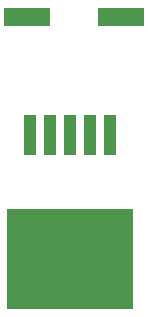
<source format=gtp>
G04 MADE WITH FRITZING*
G04 WWW.FRITZING.ORG*
G04 DOUBLE SIDED*
G04 HOLES PLATED*
G04 CONTOUR ON CENTER OF CONTOUR VECTOR*
%ASAXBY*%
%FSLAX23Y23*%
%MOIN*%
%OFA0B0*%
%SFA1.0B1.0*%
%ADD10R,0.420011X0.335756*%
%ADD11R,0.039253X0.132747*%
%ADD12R,0.157480X0.062992*%
%LNPASTEMASK1*%
G90*
G70*
G54D10*
X1367Y228D03*
G54D11*
X1233Y642D03*
X1300Y642D03*
X1367Y642D03*
X1433Y642D03*
X1500Y642D03*
G54D12*
X1225Y1036D03*
X1539Y1036D03*
G04 End of PasteMask1*
M02*
</source>
